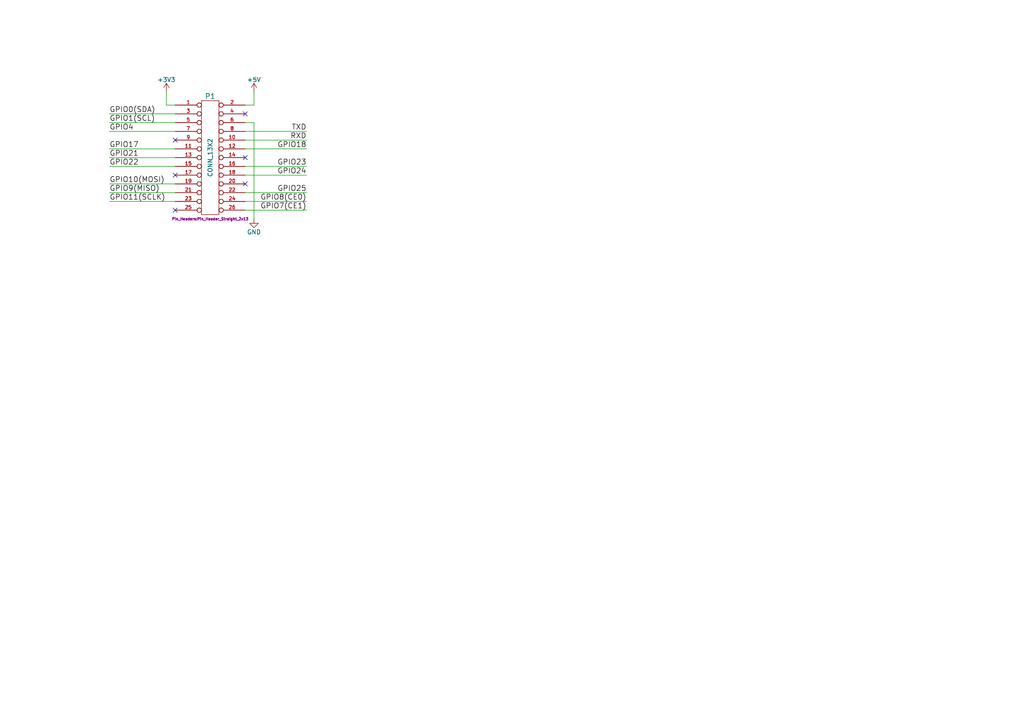
<source format=kicad_sch>
(kicad_sch (version 20230121) (generator eeschema)
  (paper "A4")
  (title_block (date "15 nov 2012"))
  (lib_symbols
    (symbol "raspberrypi-gpio-rescue:+3.3V" (power) (pin_names (offset 0))
      (property "Value" "+3.3V" (at 0 3.556 0))
      (symbol "+3.3V_0_1"
        (polyline (pts (xy -0.762 1.27) (xy 0 2.54)))
        (polyline (pts (xy 0 0) (xy 0 2.54)))
        (polyline (pts (xy 0 2.54) (xy 0.762 1.27)))
      )
      (symbol "+3.3V_1_1"
        (pin power_in line (at 0 0 90) (length 0) hide (name "+3V3") (number "1"))
      )
    )
    (symbol "raspberrypi-gpio-rescue:+5V" (power) (pin_names (offset 0))
      (property "Value" "+5V" (at 0 3.556 0))
      (symbol "+5V_0_1"
        (polyline (pts (xy -0.762 1.27) (xy 0 2.54)))
        (polyline (pts (xy 0 0) (xy 0 2.54)))
        (polyline (pts (xy 0 2.54) (xy 0.762 1.27)))
      )
      (symbol "+5V_1_1"
        (pin power_in line (at 0 0 90) (length 0) hide (name "+5V") (number "1"))
      )
    )
    (symbol "raspberrypi-gpio-rescue:CONN_13X2" (pin_names (offset 0.254) hide)
      (property "Reference" "P" (at 0 17.78 0))
      (property "Value" "CONN_13X2" (at 0 0 90))
      (symbol "CONN_13X2_0_1"
        (rectangle (start -2.54 16.51) (end 2.54 -16.51))
      )
      (symbol "CONN_13X2_1_1"
        (pin passive inverted (at -10.16 15.24 0) (length 7.62) (name "P1") (number "1"))
        (pin passive inverted (at 10.16 5.08 180) (length 7.62) (name "P10") (number "10"))
        (pin passive inverted (at -10.16 2.54 0) (length 7.62) (name "P11") (number "11"))
        (pin passive inverted (at 10.16 2.54 180) (length 7.62) (name "P12") (number "12"))
        (pin passive inverted (at -10.16 0 0) (length 7.62) (name "P13") (number "13"))
        (pin passive inverted (at 10.16 0 180) (length 7.62) (name "P14") (number "14"))
        (pin passive inverted (at -10.16 -2.54 0) (length 7.62) (name "P15") (number "15"))
        (pin passive inverted (at 10.16 -2.54 180) (length 7.62) (name "P16") (number "16"))
        (pin passive inverted (at -10.16 -5.08 0) (length 7.62) (name "P17") (number "17"))
        (pin passive inverted (at 10.16 -5.08 180) (length 7.62) (name "P18") (number "18"))
        (pin passive inverted (at -10.16 -7.62 0) (length 7.62) (name "P19") (number "19"))
        (pin passive inverted (at 10.16 15.24 180) (length 7.62) (name "P2") (number "2"))
        (pin passive inverted (at 10.16 -7.62 180) (length 7.62) (name "P20") (number "20"))
        (pin passive inverted (at -10.16 -10.16 0) (length 7.62) (name "P21") (number "21"))
        (pin passive inverted (at 10.16 -10.16 180) (length 7.62) (name "P22") (number "22"))
        (pin passive inverted (at -10.16 -12.7 0) (length 7.62) (name "P23") (number "23"))
        (pin passive inverted (at 10.16 -12.7 180) (length 7.62) (name "P20") (number "24"))
        (pin passive inverted (at -10.16 -15.24 0) (length 7.62) (name "P24") (number "25"))
        (pin passive inverted (at 10.16 -15.24 180) (length 7.62) (name "P22") (number "26"))
        (pin passive inverted (at -10.16 12.7 0) (length 7.62) (name "P3") (number "3"))
        (pin passive inverted (at 10.16 12.7 180) (length 7.62) (name "P4") (number "4"))
        (pin passive inverted (at -10.16 10.16 0) (length 7.62) (name "P5") (number "5"))
        (pin passive inverted (at 10.16 10.16 180) (length 7.62) (name "P6") (number "6"))
        (pin passive inverted (at -10.16 7.62 0) (length 7.62) (name "P7") (number "7"))
        (pin passive inverted (at 10.16 7.62 180) (length 7.62) (name "P8") (number "8"))
        (pin passive inverted (at -10.16 5.08 0) (length 7.62) (name "P9") (number "9"))
      )
    )
    (symbol "raspberrypi-gpio-rescue:GND" (power) (pin_names (offset 0))
      (property "Value" "GND" (at 0 -3.81 0))
      (symbol "GND_0_1"
        (polyline (pts (xy 0 0) (xy 0 -1.27) (xy 1.27 -1.27) (xy 0 -2.54) (xy -1.27 -1.27) (xy 0 -1.27)))
      )
      (symbol "GND_1_1"
        (pin power_in line (at 0 0 270) (length 0) hide (name "GND") (number "1"))
      )
    )
  )
  (no_connect (at 50.8 40.64))
  (no_connect (at 50.8 50.8))
  (no_connect (at 71.12 33.02))
  (no_connect (at 71.12 53.34))
  (no_connect (at 50.8 60.96))
  (no_connect (at 71.12 45.72))
  (wire (pts (xy 73.66 26.67) (xy 73.66 30.48)))
  (wire (pts (xy 48.26 30.48) (xy 50.8 30.48)))
  (wire (pts (xy 50.8 45.72) (xy 31.75 45.72)))
  (wire (pts (xy 71.12 38.1) (xy 88.9 38.1)))
  (wire (pts (xy 50.8 53.34) (xy 31.75 53.34)))
  (wire (pts (xy 50.8 43.18) (xy 31.75 43.18)))
  (wire (pts (xy 71.12 55.88) (xy 88.9 55.88)))
  (wire (pts (xy 71.12 50.8) (xy 88.9 50.8)))
  (wire (pts (xy 71.12 40.64) (xy 88.9 40.64)))
  (wire (pts (xy 71.12 48.26) (xy 88.9 48.26)))
  (wire (pts (xy 73.66 30.48) (xy 71.12 30.48)))
  (wire (pts (xy 50.8 55.88) (xy 31.75 55.88)))
  (wire (pts (xy 48.26 26.67) (xy 48.26 30.48)))
  (wire (pts (xy 71.12 58.42) (xy 88.9 58.42)))
  (wire (pts (xy 50.8 35.56) (xy 31.75 35.56)))
  (wire (pts (xy 50.8 58.42) (xy 31.75 58.42)))
  (wire (pts (xy 50.8 33.02) (xy 31.75 33.02)))
  (wire (pts (xy 73.66 63.5) (xy 73.66 35.56)))
  (wire (pts (xy 71.12 43.18) (xy 88.9 43.18)))
  (wire (pts (xy 50.8 48.26) (xy 31.75 48.26)))
  (wire (pts (xy 71.12 60.96) (xy 88.9 60.96)))
  (wire (pts (xy 50.8 38.1) (xy 31.75 38.1)))
  (wire (pts (xy 73.66 35.56) (xy 71.12 35.56)))
  (label "GPIO9(MISO)" (at 31.75 55.88 0) (effects (font (size 1.524 1.524))))
  (label "GPIO11(SCLK)" (at 31.75 58.42 0) (effects (font (size 1.524 1.524))))
  (label "RXD" (at 88.9 40.64 180) (effects (font (size 1.524 1.524))))
  (label "GPIO17" (at 31.75 43.18 0) (effects (font (size 1.524 1.524))))
  (label "TXD" (at 88.9 38.1 180) (effects (font (size 1.524 1.524))))
  (label "GPIO25" (at 88.9 55.88 180) (effects (font (size 1.524 1.524))))
  (label "GPIO1(SCL)" (at 31.75 35.56 0) (effects (font (size 1.524 1.524))))
  (label "GPIO24" (at 88.9 50.8 180) (effects (font (size 1.524 1.524))))
  (label "GPIO10(MOSI)" (at 31.75 53.34 0) (effects (font (size 1.524 1.524))))
  (label "GPIO23" (at 88.9 48.26 180) (effects (font (size 1.524 1.524))))
  (label "GPIO4" (at 31.75 38.1 0) (effects (font (size 1.524 1.524))))
  (label "GPIO7(CE1)" (at 88.9 60.96 180) (effects (font (size 1.524 1.524))))
  (label "GPIO18" (at 88.9 43.18 180) (effects (font (size 1.524 1.524))))
  (label "GPIO0(SDA)" (at 31.75 33.02 0) (effects (font (size 1.524 1.524))))
  (label "GPIO22" (at 31.75 48.26 0) (effects (font (size 1.524 1.524))))
  (label "GPIO8(CE0)" (at 88.9 58.42 180) (effects (font (size 1.524 1.524))))
  (label "GPIO21" (at 31.75 45.72 0) (effects (font (size 1.524 1.524))))
  (symbol (lib_id "raspberrypi-gpio-rescue:CONN_13X2") (at 60.96 45.72 0) (unit 1)
    (property "Reference" "P1" (at 60.96 27.94 0) (effects (font (size 1.524 1.524))))
    (property "Value" "CONN_13X2" (at 60.96 45.72 90))
    (property "Footprint" "Pin_Headers:Pin_Header_Straight_2x13" (at 60.96 63.5 0) (effects (font (size 0.762 0.762))))
  )
  (symbol (lib_id "raspberrypi-gpio-rescue:+3.3V") (at 48.26 26.67 0) (unit 1)
    (property "Reference" "#PWR01" (effects hide))
    (property "Value" "+3.3V" (at 48.26 23.114 0))
  )
  (symbol (lib_id "raspberrypi-gpio-rescue:+5V") (at 73.66 26.67 0) (unit 1)
    (property "Reference" "#PWR02" (effects hide))
    (property "Value" "+5V" (at 73.66 23.114 0))
  )
  (symbol (lib_id "raspberrypi-gpio-rescue:GND") (at 73.66 63.5 0) (unit 1)
    (property "Reference" "#PWR03" (effects hide))
    (property "Value" "GND" (at 73.66 67.31 0))
  )
)
</source>
